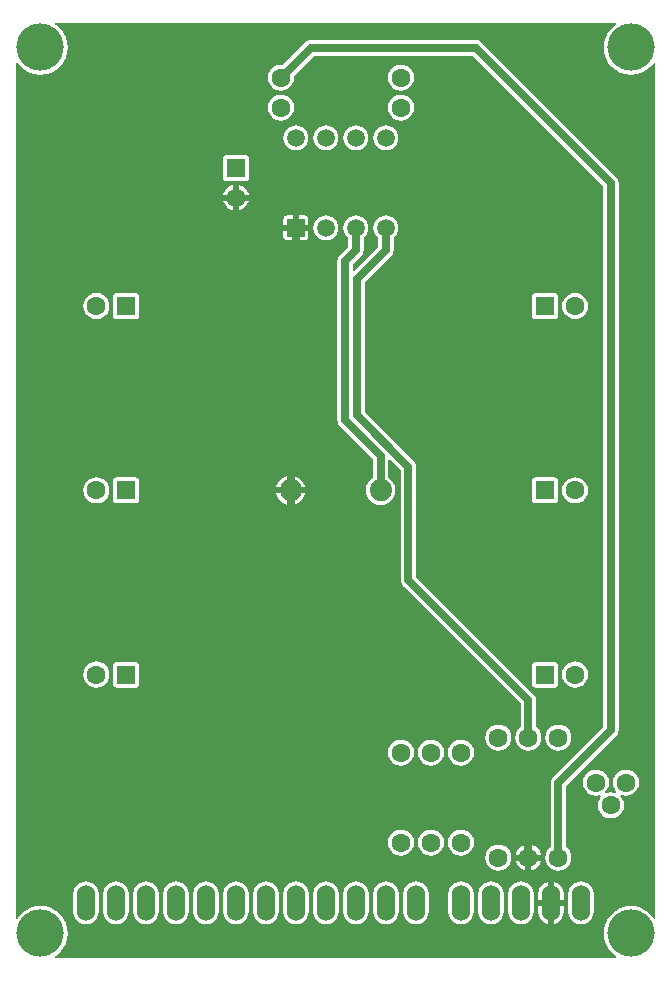
<source format=gtl>
G04 Layer_Physical_Order=1*
G04 Layer_Color=255*
%FSLAX43Y43*%
%MOMM*%
G71*
G01*
G75*
%ADD10C,0.700*%
%ADD11C,4.000*%
%ADD12C,1.600*%
%ADD13O,1.524X3.048*%
%ADD14R,1.500X1.500*%
%ADD15C,1.500*%
%ADD16R,1.600X1.600*%
%ADD17C,1.600*%
%ADD18R,1.600X1.600*%
%ADD19C,1.880*%
G36*
X51253Y79441D02*
X51216Y79422D01*
X50866Y79134D01*
X50578Y78784D01*
X50365Y78384D01*
X50233Y77951D01*
X50189Y77500D01*
X50233Y77049D01*
X50365Y76616D01*
X50578Y76216D01*
X50866Y75866D01*
X51216Y75578D01*
X51616Y75365D01*
X52049Y75233D01*
X52500Y75189D01*
X52951Y75233D01*
X53384Y75365D01*
X53784Y75578D01*
X54134Y75866D01*
X54422Y76216D01*
X54441Y76253D01*
X54565Y76222D01*
Y3778D01*
X54441Y3747D01*
X54422Y3784D01*
X54134Y4134D01*
X53784Y4422D01*
X53384Y4635D01*
X52951Y4767D01*
X52500Y4811D01*
X52049Y4767D01*
X51616Y4635D01*
X51216Y4422D01*
X50866Y4134D01*
X50578Y3784D01*
X50365Y3384D01*
X50233Y2951D01*
X50189Y2500D01*
X50233Y2049D01*
X50365Y1616D01*
X50578Y1216D01*
X50866Y866D01*
X51216Y578D01*
X51253Y559D01*
X51222Y435D01*
X3778D01*
X3747Y559D01*
X3784Y578D01*
X4134Y866D01*
X4422Y1216D01*
X4635Y1616D01*
X4767Y2049D01*
X4811Y2500D01*
X4767Y2951D01*
X4635Y3384D01*
X4422Y3784D01*
X4134Y4134D01*
X3784Y4422D01*
X3384Y4635D01*
X2951Y4767D01*
X2500Y4811D01*
X2049Y4767D01*
X1616Y4635D01*
X1216Y4422D01*
X866Y4134D01*
X578Y3784D01*
X559Y3747D01*
X435Y3778D01*
Y76222D01*
X559Y76253D01*
X578Y76216D01*
X866Y75866D01*
X1216Y75578D01*
X1616Y75365D01*
X2049Y75233D01*
X2500Y75189D01*
X2951Y75233D01*
X3384Y75365D01*
X3784Y75578D01*
X4134Y75866D01*
X4422Y76216D01*
X4635Y76616D01*
X4767Y77049D01*
X4811Y77500D01*
X4767Y77951D01*
X4635Y78384D01*
X4422Y78784D01*
X4134Y79134D01*
X3784Y79422D01*
X3747Y79441D01*
X3778Y79565D01*
X51222D01*
X51253Y79441D01*
D02*
G37*
%LPC*%
G36*
X43565Y8640D02*
X42738D01*
X42743Y8603D01*
X42854Y8335D01*
X43030Y8105D01*
X43260Y7929D01*
X43528Y7818D01*
X43565Y7813D01*
Y8640D01*
D02*
G37*
G36*
X39370Y78126D02*
X25400D01*
X25230Y78103D01*
X25072Y78038D01*
X24936Y77934D01*
X23021Y76018D01*
X22860Y76039D01*
X22573Y76002D01*
X22305Y75891D01*
X22075Y75715D01*
X21899Y75485D01*
X21788Y75217D01*
X21751Y74930D01*
X21788Y74643D01*
X21899Y74375D01*
X22075Y74145D01*
X22305Y73969D01*
X22573Y73858D01*
X22860Y73821D01*
X23147Y73858D01*
X23415Y73969D01*
X23645Y74145D01*
X23821Y74375D01*
X23932Y74643D01*
X23969Y74930D01*
X23948Y75091D01*
X25672Y76814D01*
X39098D01*
X50144Y65768D01*
Y19957D01*
X45891Y15704D01*
X45787Y15568D01*
X45722Y15410D01*
X45699Y15240D01*
Y9773D01*
X45570Y9675D01*
X45394Y9445D01*
X45283Y9177D01*
X45246Y8890D01*
X45283Y8603D01*
X45394Y8335D01*
X45570Y8105D01*
X45800Y7929D01*
X46068Y7818D01*
X46355Y7781D01*
X46642Y7818D01*
X46910Y7929D01*
X47140Y8105D01*
X47316Y8335D01*
X47427Y8603D01*
X47464Y8890D01*
X47427Y9177D01*
X47316Y9445D01*
X47140Y9675D01*
X47011Y9773D01*
Y14968D01*
X51264Y19221D01*
X51368Y19357D01*
X51433Y19515D01*
X51456Y19685D01*
Y66040D01*
X51433Y66210D01*
X51368Y66368D01*
X51264Y66504D01*
X39834Y77934D01*
X39698Y78038D01*
X39540Y78103D01*
X39370Y78126D01*
D02*
G37*
G36*
X33020Y11269D02*
X32733Y11232D01*
X32465Y11121D01*
X32235Y10945D01*
X32059Y10715D01*
X31948Y10447D01*
X31911Y10160D01*
X31948Y9873D01*
X32059Y9605D01*
X32235Y9375D01*
X32465Y9199D01*
X32733Y9088D01*
X33020Y9051D01*
X33307Y9088D01*
X33575Y9199D01*
X33805Y9375D01*
X33981Y9605D01*
X34092Y9873D01*
X34129Y10160D01*
X34092Y10447D01*
X33981Y10715D01*
X33805Y10945D01*
X33575Y11121D01*
X33307Y11232D01*
X33020Y11269D01*
D02*
G37*
G36*
X44892Y8640D02*
X44065D01*
Y7813D01*
X44102Y7818D01*
X44370Y7929D01*
X44600Y8105D01*
X44776Y8335D01*
X44887Y8603D01*
X44892Y8640D01*
D02*
G37*
G36*
X45470Y6880D02*
X45443Y6877D01*
X45184Y6770D01*
X44963Y6599D01*
X44792Y6378D01*
X44685Y6119D01*
X44649Y5842D01*
Y5330D01*
X45470D01*
Y6880D01*
D02*
G37*
G36*
X46791Y4830D02*
X45970D01*
Y3280D01*
X45997Y3283D01*
X46256Y3390D01*
X46477Y3561D01*
X46648Y3782D01*
X46755Y4041D01*
X46791Y4318D01*
Y4830D01*
D02*
G37*
G36*
X41275Y9999D02*
X40988Y9962D01*
X40720Y9851D01*
X40490Y9675D01*
X40314Y9445D01*
X40203Y9177D01*
X40166Y8890D01*
X40203Y8603D01*
X40314Y8335D01*
X40490Y8105D01*
X40720Y7929D01*
X40988Y7818D01*
X41275Y7781D01*
X41562Y7818D01*
X41830Y7929D01*
X42060Y8105D01*
X42236Y8335D01*
X42347Y8603D01*
X42384Y8890D01*
X42347Y9177D01*
X42236Y9445D01*
X42060Y9675D01*
X41830Y9851D01*
X41562Y9962D01*
X41275Y9999D01*
D02*
G37*
G36*
X45970Y6880D02*
Y5330D01*
X46791D01*
Y5842D01*
X46755Y6119D01*
X46648Y6378D01*
X46477Y6599D01*
X46256Y6770D01*
X45997Y6877D01*
X45970Y6880D01*
D02*
G37*
G36*
X35560Y11269D02*
X35273Y11232D01*
X35005Y11121D01*
X34775Y10945D01*
X34599Y10715D01*
X34488Y10447D01*
X34451Y10160D01*
X34488Y9873D01*
X34599Y9605D01*
X34775Y9375D01*
X35005Y9199D01*
X35273Y9088D01*
X35560Y9051D01*
X35847Y9088D01*
X36115Y9199D01*
X36345Y9375D01*
X36521Y9605D01*
X36632Y9873D01*
X36669Y10160D01*
X36632Y10447D01*
X36521Y10715D01*
X36345Y10945D01*
X36115Y11121D01*
X35847Y11232D01*
X35560Y11269D01*
D02*
G37*
G36*
Y18889D02*
X35273Y18852D01*
X35005Y18741D01*
X34775Y18565D01*
X34599Y18335D01*
X34488Y18067D01*
X34451Y17780D01*
X34488Y17493D01*
X34599Y17225D01*
X34775Y16995D01*
X35005Y16819D01*
X35273Y16708D01*
X35560Y16671D01*
X35847Y16708D01*
X36115Y16819D01*
X36345Y16995D01*
X36521Y17225D01*
X36632Y17493D01*
X36669Y17780D01*
X36632Y18067D01*
X36521Y18335D01*
X36345Y18565D01*
X36115Y18741D01*
X35847Y18852D01*
X35560Y18889D01*
D02*
G37*
G36*
X33020D02*
X32733Y18852D01*
X32465Y18741D01*
X32235Y18565D01*
X32059Y18335D01*
X31948Y18067D01*
X31911Y17780D01*
X31948Y17493D01*
X32059Y17225D01*
X32235Y16995D01*
X32465Y16819D01*
X32733Y16708D01*
X33020Y16671D01*
X33307Y16708D01*
X33575Y16819D01*
X33805Y16995D01*
X33981Y17225D01*
X34092Y17493D01*
X34129Y17780D01*
X34092Y18067D01*
X33981Y18335D01*
X33805Y18565D01*
X33575Y18741D01*
X33307Y18852D01*
X33020Y18889D01*
D02*
G37*
G36*
X41275Y20159D02*
X40988Y20122D01*
X40720Y20011D01*
X40490Y19835D01*
X40314Y19605D01*
X40203Y19337D01*
X40166Y19050D01*
X40203Y18763D01*
X40314Y18495D01*
X40490Y18265D01*
X40720Y18089D01*
X40988Y17978D01*
X41275Y17941D01*
X41562Y17978D01*
X41830Y18089D01*
X42060Y18265D01*
X42236Y18495D01*
X42347Y18763D01*
X42384Y19050D01*
X42347Y19337D01*
X42236Y19605D01*
X42060Y19835D01*
X41830Y20011D01*
X41562Y20122D01*
X41275Y20159D01*
D02*
G37*
G36*
X38100Y18889D02*
X37813Y18852D01*
X37545Y18741D01*
X37315Y18565D01*
X37139Y18335D01*
X37028Y18067D01*
X36991Y17780D01*
X37028Y17493D01*
X37139Y17225D01*
X37315Y16995D01*
X37545Y16819D01*
X37813Y16708D01*
X38100Y16671D01*
X38387Y16708D01*
X38655Y16819D01*
X38885Y16995D01*
X39061Y17225D01*
X39172Y17493D01*
X39209Y17780D01*
X39172Y18067D01*
X39061Y18335D01*
X38885Y18565D01*
X38655Y18741D01*
X38387Y18852D01*
X38100Y18889D01*
D02*
G37*
G36*
X43565Y9967D02*
X43528Y9962D01*
X43260Y9851D01*
X43030Y9675D01*
X42854Y9445D01*
X42743Y9177D01*
X42738Y9140D01*
X43565D01*
Y9967D01*
D02*
G37*
G36*
X38100Y11269D02*
X37813Y11232D01*
X37545Y11121D01*
X37315Y10945D01*
X37139Y10715D01*
X37028Y10447D01*
X36991Y10160D01*
X37028Y9873D01*
X37139Y9605D01*
X37315Y9375D01*
X37545Y9199D01*
X37813Y9088D01*
X38100Y9051D01*
X38387Y9088D01*
X38655Y9199D01*
X38885Y9375D01*
X39061Y9605D01*
X39172Y9873D01*
X39209Y10160D01*
X39172Y10447D01*
X39061Y10715D01*
X38885Y10945D01*
X38655Y11121D01*
X38387Y11232D01*
X38100Y11269D01*
D02*
G37*
G36*
X52070Y16349D02*
X51783Y16312D01*
X51515Y16201D01*
X51285Y16025D01*
X51109Y15795D01*
X50998Y15527D01*
X50961Y15240D01*
X50998Y14953D01*
X51109Y14685D01*
X51278Y14465D01*
X51276Y14454D01*
X51170Y14372D01*
X51087Y14407D01*
X50800Y14444D01*
X50513Y14407D01*
X50430Y14372D01*
X50324Y14454D01*
X50322Y14465D01*
X50491Y14685D01*
X50602Y14953D01*
X50639Y15240D01*
X50602Y15527D01*
X50491Y15795D01*
X50315Y16025D01*
X50085Y16201D01*
X49817Y16312D01*
X49530Y16349D01*
X49243Y16312D01*
X48975Y16201D01*
X48745Y16025D01*
X48569Y15795D01*
X48458Y15527D01*
X48421Y15240D01*
X48458Y14953D01*
X48569Y14685D01*
X48745Y14455D01*
X48975Y14279D01*
X49243Y14168D01*
X49530Y14131D01*
X49817Y14168D01*
X49900Y14203D01*
X50006Y14121D01*
X50008Y14110D01*
X49839Y13890D01*
X49728Y13622D01*
X49691Y13335D01*
X49728Y13048D01*
X49839Y12780D01*
X50015Y12550D01*
X50245Y12374D01*
X50513Y12263D01*
X50800Y12226D01*
X51087Y12263D01*
X51355Y12374D01*
X51585Y12550D01*
X51761Y12780D01*
X51872Y13048D01*
X51909Y13335D01*
X51872Y13622D01*
X51761Y13890D01*
X51592Y14110D01*
X51594Y14121D01*
X51700Y14203D01*
X51783Y14168D01*
X52070Y14131D01*
X52357Y14168D01*
X52625Y14279D01*
X52855Y14455D01*
X53031Y14685D01*
X53142Y14953D01*
X53179Y15240D01*
X53142Y15527D01*
X53031Y15795D01*
X52855Y16025D01*
X52625Y16201D01*
X52357Y16312D01*
X52070Y16349D01*
D02*
G37*
G36*
X44065Y9967D02*
Y9140D01*
X44892D01*
X44887Y9177D01*
X44776Y9445D01*
X44600Y9675D01*
X44370Y9851D01*
X44102Y9962D01*
X44065Y9967D01*
D02*
G37*
G36*
X19050Y6913D02*
X18773Y6877D01*
X18514Y6770D01*
X18293Y6599D01*
X18122Y6378D01*
X18015Y6119D01*
X17979Y5842D01*
Y4318D01*
X18015Y4041D01*
X18122Y3782D01*
X18293Y3561D01*
X18514Y3390D01*
X18773Y3283D01*
X19050Y3247D01*
X19327Y3283D01*
X19586Y3390D01*
X19807Y3561D01*
X19978Y3782D01*
X20085Y4041D01*
X20121Y4318D01*
Y5842D01*
X20085Y6119D01*
X19978Y6378D01*
X19807Y6599D01*
X19586Y6770D01*
X19327Y6877D01*
X19050Y6913D01*
D02*
G37*
G36*
X16510D02*
X16233Y6877D01*
X15974Y6770D01*
X15753Y6599D01*
X15582Y6378D01*
X15475Y6119D01*
X15439Y5842D01*
Y4318D01*
X15475Y4041D01*
X15582Y3782D01*
X15753Y3561D01*
X15974Y3390D01*
X16233Y3283D01*
X16510Y3247D01*
X16787Y3283D01*
X17046Y3390D01*
X17267Y3561D01*
X17438Y3782D01*
X17545Y4041D01*
X17581Y4318D01*
Y5842D01*
X17545Y6119D01*
X17438Y6378D01*
X17267Y6599D01*
X17046Y6770D01*
X16787Y6877D01*
X16510Y6913D01*
D02*
G37*
G36*
X24130D02*
X23853Y6877D01*
X23594Y6770D01*
X23373Y6599D01*
X23202Y6378D01*
X23095Y6119D01*
X23059Y5842D01*
Y4318D01*
X23095Y4041D01*
X23202Y3782D01*
X23373Y3561D01*
X23594Y3390D01*
X23853Y3283D01*
X24130Y3247D01*
X24407Y3283D01*
X24666Y3390D01*
X24887Y3561D01*
X25058Y3782D01*
X25165Y4041D01*
X25201Y4318D01*
Y5842D01*
X25165Y6119D01*
X25058Y6378D01*
X24887Y6599D01*
X24666Y6770D01*
X24407Y6877D01*
X24130Y6913D01*
D02*
G37*
G36*
X21590D02*
X21313Y6877D01*
X21054Y6770D01*
X20833Y6599D01*
X20662Y6378D01*
X20555Y6119D01*
X20519Y5842D01*
Y4318D01*
X20555Y4041D01*
X20662Y3782D01*
X20833Y3561D01*
X21054Y3390D01*
X21313Y3283D01*
X21590Y3247D01*
X21867Y3283D01*
X22126Y3390D01*
X22347Y3561D01*
X22518Y3782D01*
X22625Y4041D01*
X22661Y4318D01*
Y5842D01*
X22625Y6119D01*
X22518Y6378D01*
X22347Y6599D01*
X22126Y6770D01*
X21867Y6877D01*
X21590Y6913D01*
D02*
G37*
G36*
X8890D02*
X8613Y6877D01*
X8354Y6770D01*
X8133Y6599D01*
X7962Y6378D01*
X7855Y6119D01*
X7819Y5842D01*
Y4318D01*
X7855Y4041D01*
X7962Y3782D01*
X8133Y3561D01*
X8354Y3390D01*
X8613Y3283D01*
X8890Y3247D01*
X9167Y3283D01*
X9426Y3390D01*
X9647Y3561D01*
X9818Y3782D01*
X9925Y4041D01*
X9961Y4318D01*
Y5842D01*
X9925Y6119D01*
X9818Y6378D01*
X9647Y6599D01*
X9426Y6770D01*
X9167Y6877D01*
X8890Y6913D01*
D02*
G37*
G36*
X6350D02*
X6073Y6877D01*
X5814Y6770D01*
X5593Y6599D01*
X5422Y6378D01*
X5315Y6119D01*
X5279Y5842D01*
Y4318D01*
X5315Y4041D01*
X5422Y3782D01*
X5593Y3561D01*
X5814Y3390D01*
X6073Y3283D01*
X6350Y3247D01*
X6627Y3283D01*
X6886Y3390D01*
X7107Y3561D01*
X7278Y3782D01*
X7385Y4041D01*
X7421Y4318D01*
Y5842D01*
X7385Y6119D01*
X7278Y6378D01*
X7107Y6599D01*
X6886Y6770D01*
X6627Y6877D01*
X6350Y6913D01*
D02*
G37*
G36*
X13970D02*
X13693Y6877D01*
X13434Y6770D01*
X13213Y6599D01*
X13042Y6378D01*
X12935Y6119D01*
X12899Y5842D01*
Y4318D01*
X12935Y4041D01*
X13042Y3782D01*
X13213Y3561D01*
X13434Y3390D01*
X13693Y3283D01*
X13970Y3247D01*
X14247Y3283D01*
X14506Y3390D01*
X14727Y3561D01*
X14898Y3782D01*
X15005Y4041D01*
X15041Y4318D01*
Y5842D01*
X15005Y6119D01*
X14898Y6378D01*
X14727Y6599D01*
X14506Y6770D01*
X14247Y6877D01*
X13970Y6913D01*
D02*
G37*
G36*
X11430D02*
X11153Y6877D01*
X10894Y6770D01*
X10673Y6599D01*
X10502Y6378D01*
X10395Y6119D01*
X10359Y5842D01*
Y4318D01*
X10395Y4041D01*
X10502Y3782D01*
X10673Y3561D01*
X10894Y3390D01*
X11153Y3283D01*
X11430Y3247D01*
X11707Y3283D01*
X11966Y3390D01*
X12187Y3561D01*
X12358Y3782D01*
X12465Y4041D01*
X12501Y4318D01*
Y5842D01*
X12465Y6119D01*
X12358Y6378D01*
X12187Y6599D01*
X11966Y6770D01*
X11707Y6877D01*
X11430Y6913D01*
D02*
G37*
G36*
X26670D02*
X26393Y6877D01*
X26134Y6770D01*
X25913Y6599D01*
X25742Y6378D01*
X25635Y6119D01*
X25599Y5842D01*
Y4318D01*
X25635Y4041D01*
X25742Y3782D01*
X25913Y3561D01*
X26134Y3390D01*
X26393Y3283D01*
X26670Y3247D01*
X26947Y3283D01*
X27206Y3390D01*
X27427Y3561D01*
X27598Y3782D01*
X27705Y4041D01*
X27741Y4318D01*
Y5842D01*
X27705Y6119D01*
X27598Y6378D01*
X27427Y6599D01*
X27206Y6770D01*
X26947Y6877D01*
X26670Y6913D01*
D02*
G37*
G36*
X43180D02*
X42903Y6877D01*
X42644Y6770D01*
X42423Y6599D01*
X42252Y6378D01*
X42145Y6119D01*
X42109Y5842D01*
Y4318D01*
X42145Y4041D01*
X42252Y3782D01*
X42423Y3561D01*
X42644Y3390D01*
X42903Y3283D01*
X43180Y3247D01*
X43457Y3283D01*
X43716Y3390D01*
X43937Y3561D01*
X44108Y3782D01*
X44215Y4041D01*
X44251Y4318D01*
Y5842D01*
X44215Y6119D01*
X44108Y6378D01*
X43937Y6599D01*
X43716Y6770D01*
X43457Y6877D01*
X43180Y6913D01*
D02*
G37*
G36*
X40640D02*
X40363Y6877D01*
X40104Y6770D01*
X39883Y6599D01*
X39712Y6378D01*
X39605Y6119D01*
X39569Y5842D01*
Y4318D01*
X39605Y4041D01*
X39712Y3782D01*
X39883Y3561D01*
X40104Y3390D01*
X40363Y3283D01*
X40640Y3247D01*
X40917Y3283D01*
X41176Y3390D01*
X41397Y3561D01*
X41568Y3782D01*
X41675Y4041D01*
X41711Y4318D01*
Y5842D01*
X41675Y6119D01*
X41568Y6378D01*
X41397Y6599D01*
X41176Y6770D01*
X40917Y6877D01*
X40640Y6913D01*
D02*
G37*
G36*
X45470Y4830D02*
X44649D01*
Y4318D01*
X44685Y4041D01*
X44792Y3782D01*
X44963Y3561D01*
X45184Y3390D01*
X45443Y3283D01*
X45470Y3280D01*
Y4830D01*
D02*
G37*
G36*
X48260Y6913D02*
X47983Y6877D01*
X47724Y6770D01*
X47503Y6599D01*
X47332Y6378D01*
X47225Y6119D01*
X47189Y5842D01*
Y4318D01*
X47225Y4041D01*
X47332Y3782D01*
X47503Y3561D01*
X47724Y3390D01*
X47983Y3283D01*
X48260Y3247D01*
X48537Y3283D01*
X48796Y3390D01*
X49017Y3561D01*
X49188Y3782D01*
X49295Y4041D01*
X49331Y4318D01*
Y5842D01*
X49295Y6119D01*
X49188Y6378D01*
X49017Y6599D01*
X48796Y6770D01*
X48537Y6877D01*
X48260Y6913D01*
D02*
G37*
G36*
X31750D02*
X31473Y6877D01*
X31214Y6770D01*
X30993Y6599D01*
X30822Y6378D01*
X30715Y6119D01*
X30679Y5842D01*
Y4318D01*
X30715Y4041D01*
X30822Y3782D01*
X30993Y3561D01*
X31214Y3390D01*
X31473Y3283D01*
X31750Y3247D01*
X32027Y3283D01*
X32286Y3390D01*
X32507Y3561D01*
X32678Y3782D01*
X32785Y4041D01*
X32821Y4318D01*
Y5842D01*
X32785Y6119D01*
X32678Y6378D01*
X32507Y6599D01*
X32286Y6770D01*
X32027Y6877D01*
X31750Y6913D01*
D02*
G37*
G36*
X29210D02*
X28933Y6877D01*
X28674Y6770D01*
X28453Y6599D01*
X28282Y6378D01*
X28175Y6119D01*
X28139Y5842D01*
Y4318D01*
X28175Y4041D01*
X28282Y3782D01*
X28453Y3561D01*
X28674Y3390D01*
X28933Y3283D01*
X29210Y3247D01*
X29487Y3283D01*
X29746Y3390D01*
X29967Y3561D01*
X30138Y3782D01*
X30245Y4041D01*
X30281Y4318D01*
Y5842D01*
X30245Y6119D01*
X30138Y6378D01*
X29967Y6599D01*
X29746Y6770D01*
X29487Y6877D01*
X29210Y6913D01*
D02*
G37*
G36*
X38100D02*
X37823Y6877D01*
X37564Y6770D01*
X37343Y6599D01*
X37172Y6378D01*
X37065Y6119D01*
X37029Y5842D01*
Y4318D01*
X37065Y4041D01*
X37172Y3782D01*
X37343Y3561D01*
X37564Y3390D01*
X37823Y3283D01*
X38100Y3247D01*
X38377Y3283D01*
X38636Y3390D01*
X38857Y3561D01*
X39028Y3782D01*
X39135Y4041D01*
X39171Y4318D01*
Y5842D01*
X39135Y6119D01*
X39028Y6378D01*
X38857Y6599D01*
X38636Y6770D01*
X38377Y6877D01*
X38100Y6913D01*
D02*
G37*
G36*
X34290D02*
X34013Y6877D01*
X33754Y6770D01*
X33533Y6599D01*
X33362Y6378D01*
X33255Y6119D01*
X33219Y5842D01*
Y4318D01*
X33255Y4041D01*
X33362Y3782D01*
X33533Y3561D01*
X33754Y3390D01*
X34013Y3283D01*
X34290Y3247D01*
X34567Y3283D01*
X34826Y3390D01*
X35047Y3561D01*
X35218Y3782D01*
X35325Y4041D01*
X35361Y4318D01*
Y5842D01*
X35325Y6119D01*
X35218Y6378D01*
X35047Y6599D01*
X34826Y6770D01*
X34567Y6877D01*
X34290Y6913D01*
D02*
G37*
G36*
X46355Y20159D02*
X46068Y20122D01*
X45800Y20011D01*
X45570Y19835D01*
X45394Y19605D01*
X45283Y19337D01*
X45246Y19050D01*
X45283Y18763D01*
X45394Y18495D01*
X45570Y18265D01*
X45800Y18089D01*
X46068Y17978D01*
X46355Y17941D01*
X46642Y17978D01*
X46910Y18089D01*
X47140Y18265D01*
X47316Y18495D01*
X47427Y18763D01*
X47464Y19050D01*
X47427Y19337D01*
X47316Y19605D01*
X47140Y19835D01*
X46910Y20011D01*
X46642Y20122D01*
X46355Y20159D01*
D02*
G37*
G36*
X18800Y64520D02*
X17973D01*
X17978Y64483D01*
X18089Y64215D01*
X18265Y63985D01*
X18495Y63809D01*
X18763Y63698D01*
X18800Y63693D01*
Y64520D01*
D02*
G37*
G36*
X24880Y63286D02*
X24380D01*
Y62480D01*
X25186D01*
Y62980D01*
X25163Y63097D01*
X25096Y63196D01*
X24997Y63263D01*
X24880Y63286D01*
D02*
G37*
G36*
X18800Y65847D02*
X18763Y65842D01*
X18495Y65731D01*
X18265Y65555D01*
X18089Y65325D01*
X17978Y65057D01*
X17973Y65020D01*
X18800D01*
Y65847D01*
D02*
G37*
G36*
X20127Y64520D02*
X19300D01*
Y63693D01*
X19337Y63698D01*
X19605Y63809D01*
X19835Y63985D01*
X20011Y64215D01*
X20122Y64483D01*
X20127Y64520D01*
D02*
G37*
G36*
X23880Y61980D02*
X23074D01*
Y61480D01*
X23097Y61363D01*
X23164Y61264D01*
X23263Y61197D01*
X23380Y61174D01*
X23880D01*
Y61980D01*
D02*
G37*
G36*
X26670Y63289D02*
X26396Y63253D01*
X26140Y63147D01*
X25921Y62979D01*
X25753Y62760D01*
X25647Y62504D01*
X25611Y62230D01*
X25647Y61956D01*
X25753Y61700D01*
X25921Y61481D01*
X26140Y61313D01*
X26396Y61207D01*
X26670Y61171D01*
X26944Y61207D01*
X27200Y61313D01*
X27419Y61481D01*
X27587Y61700D01*
X27693Y61956D01*
X27729Y62230D01*
X27693Y62504D01*
X27587Y62760D01*
X27419Y62979D01*
X27200Y63147D01*
X26944Y63253D01*
X26670Y63289D01*
D02*
G37*
G36*
X23880Y63286D02*
X23380D01*
X23263Y63263D01*
X23164Y63196D01*
X23097Y63097D01*
X23074Y62980D01*
Y62480D01*
X23880D01*
Y63286D01*
D02*
G37*
G36*
X25186Y61980D02*
X24380D01*
Y61174D01*
X24880D01*
X24997Y61197D01*
X25096Y61264D01*
X25163Y61363D01*
X25186Y61480D01*
Y61980D01*
D02*
G37*
G36*
X19300Y65847D02*
Y65020D01*
X20127D01*
X20122Y65057D01*
X20011Y65325D01*
X19835Y65555D01*
X19605Y65731D01*
X19337Y65842D01*
X19300Y65847D01*
D02*
G37*
G36*
X22860Y73499D02*
X22573Y73462D01*
X22305Y73351D01*
X22075Y73175D01*
X21899Y72945D01*
X21788Y72677D01*
X21751Y72390D01*
X21788Y72103D01*
X21899Y71835D01*
X22075Y71605D01*
X22305Y71429D01*
X22573Y71318D01*
X22860Y71281D01*
X23147Y71318D01*
X23415Y71429D01*
X23645Y71605D01*
X23821Y71835D01*
X23932Y72103D01*
X23969Y72390D01*
X23932Y72677D01*
X23821Y72945D01*
X23645Y73175D01*
X23415Y73351D01*
X23147Y73462D01*
X22860Y73499D01*
D02*
G37*
G36*
X31750Y70909D02*
X31476Y70873D01*
X31220Y70767D01*
X31001Y70599D01*
X30833Y70380D01*
X30727Y70124D01*
X30691Y69850D01*
X30727Y69576D01*
X30833Y69320D01*
X31001Y69101D01*
X31220Y68933D01*
X31476Y68827D01*
X31750Y68791D01*
X32024Y68827D01*
X32280Y68933D01*
X32499Y69101D01*
X32667Y69320D01*
X32773Y69576D01*
X32809Y69850D01*
X32773Y70124D01*
X32667Y70380D01*
X32499Y70599D01*
X32280Y70767D01*
X32024Y70873D01*
X31750Y70909D01*
D02*
G37*
G36*
X33020Y76039D02*
X32733Y76002D01*
X32465Y75891D01*
X32235Y75715D01*
X32059Y75485D01*
X31948Y75217D01*
X31911Y74930D01*
X31948Y74643D01*
X32059Y74375D01*
X32235Y74145D01*
X32465Y73969D01*
X32733Y73858D01*
X33020Y73821D01*
X33307Y73858D01*
X33575Y73969D01*
X33805Y74145D01*
X33981Y74375D01*
X34092Y74643D01*
X34129Y74930D01*
X34092Y75217D01*
X33981Y75485D01*
X33805Y75715D01*
X33575Y75891D01*
X33307Y76002D01*
X33020Y76039D01*
D02*
G37*
G36*
Y73499D02*
X32733Y73462D01*
X32465Y73351D01*
X32235Y73175D01*
X32059Y72945D01*
X31948Y72677D01*
X31911Y72390D01*
X31948Y72103D01*
X32059Y71835D01*
X32235Y71605D01*
X32465Y71429D01*
X32733Y71318D01*
X33020Y71281D01*
X33307Y71318D01*
X33575Y71429D01*
X33805Y71605D01*
X33981Y71835D01*
X34092Y72103D01*
X34129Y72390D01*
X34092Y72677D01*
X33981Y72945D01*
X33805Y73175D01*
X33575Y73351D01*
X33307Y73462D01*
X33020Y73499D01*
D02*
G37*
G36*
X24130Y70909D02*
X23856Y70873D01*
X23600Y70767D01*
X23381Y70599D01*
X23213Y70380D01*
X23107Y70124D01*
X23071Y69850D01*
X23107Y69576D01*
X23213Y69320D01*
X23381Y69101D01*
X23600Y68933D01*
X23856Y68827D01*
X24130Y68791D01*
X24404Y68827D01*
X24660Y68933D01*
X24879Y69101D01*
X25047Y69320D01*
X25153Y69576D01*
X25189Y69850D01*
X25153Y70124D01*
X25047Y70380D01*
X24879Y70599D01*
X24660Y70767D01*
X24404Y70873D01*
X24130Y70909D01*
D02*
G37*
G36*
X19850Y68416D02*
X18250D01*
X18133Y68393D01*
X18034Y68326D01*
X17967Y68227D01*
X17944Y68110D01*
Y66510D01*
X17967Y66393D01*
X18034Y66294D01*
X18133Y66227D01*
X18250Y66204D01*
X19850D01*
X19967Y66227D01*
X20066Y66294D01*
X20133Y66393D01*
X20156Y66510D01*
Y68110D01*
X20133Y68227D01*
X20066Y68326D01*
X19967Y68393D01*
X19850Y68416D01*
D02*
G37*
G36*
X29210Y70909D02*
X28936Y70873D01*
X28680Y70767D01*
X28461Y70599D01*
X28293Y70380D01*
X28187Y70124D01*
X28151Y69850D01*
X28187Y69576D01*
X28293Y69320D01*
X28461Y69101D01*
X28680Y68933D01*
X28936Y68827D01*
X29210Y68791D01*
X29484Y68827D01*
X29740Y68933D01*
X29959Y69101D01*
X30127Y69320D01*
X30233Y69576D01*
X30269Y69850D01*
X30233Y70124D01*
X30127Y70380D01*
X29959Y70599D01*
X29740Y70767D01*
X29484Y70873D01*
X29210Y70909D01*
D02*
G37*
G36*
X26670D02*
X26396Y70873D01*
X26140Y70767D01*
X25921Y70599D01*
X25753Y70380D01*
X25647Y70124D01*
X25611Y69850D01*
X25647Y69576D01*
X25753Y69320D01*
X25921Y69101D01*
X26140Y68933D01*
X26396Y68827D01*
X26670Y68791D01*
X26944Y68827D01*
X27200Y68933D01*
X27419Y69101D01*
X27587Y69320D01*
X27693Y69576D01*
X27729Y69850D01*
X27693Y70124D01*
X27587Y70380D01*
X27419Y70599D01*
X27200Y70767D01*
X26944Y70873D01*
X26670Y70909D01*
D02*
G37*
G36*
X24908Y39750D02*
X23940D01*
Y38782D01*
X24014Y38792D01*
X24315Y38917D01*
X24574Y39116D01*
X24773Y39375D01*
X24898Y39676D01*
X24908Y39750D01*
D02*
G37*
G36*
X23440D02*
X22472D01*
X22482Y39676D01*
X22607Y39375D01*
X22806Y39116D01*
X23065Y38917D01*
X23366Y38792D01*
X23440Y38782D01*
Y39750D01*
D02*
G37*
G36*
X47770Y41109D02*
X47483Y41072D01*
X47215Y40961D01*
X46985Y40785D01*
X46809Y40555D01*
X46698Y40287D01*
X46661Y40000D01*
X46698Y39713D01*
X46809Y39445D01*
X46985Y39215D01*
X47215Y39039D01*
X47483Y38928D01*
X47770Y38891D01*
X48057Y38928D01*
X48325Y39039D01*
X48555Y39215D01*
X48731Y39445D01*
X48842Y39713D01*
X48879Y40000D01*
X48842Y40287D01*
X48731Y40555D01*
X48555Y40785D01*
X48325Y40961D01*
X48057Y41072D01*
X47770Y41109D01*
D02*
G37*
G36*
X7230D02*
X6943Y41072D01*
X6675Y40961D01*
X6445Y40785D01*
X6269Y40555D01*
X6158Y40287D01*
X6121Y40000D01*
X6158Y39713D01*
X6269Y39445D01*
X6445Y39215D01*
X6675Y39039D01*
X6943Y38928D01*
X7230Y38891D01*
X7517Y38928D01*
X7785Y39039D01*
X8015Y39215D01*
X8191Y39445D01*
X8302Y39713D01*
X8339Y40000D01*
X8302Y40287D01*
X8191Y40555D01*
X8015Y40785D01*
X7785Y40961D01*
X7517Y41072D01*
X7230Y41109D01*
D02*
G37*
G36*
X47770Y25509D02*
X47483Y25472D01*
X47215Y25361D01*
X46985Y25185D01*
X46809Y24955D01*
X46698Y24687D01*
X46661Y24400D01*
X46698Y24113D01*
X46809Y23845D01*
X46985Y23615D01*
X47215Y23439D01*
X47483Y23328D01*
X47770Y23291D01*
X48057Y23328D01*
X48325Y23439D01*
X48555Y23615D01*
X48731Y23845D01*
X48842Y24113D01*
X48879Y24400D01*
X48842Y24687D01*
X48731Y24955D01*
X48555Y25185D01*
X48325Y25361D01*
X48057Y25472D01*
X47770Y25509D01*
D02*
G37*
G36*
X7230D02*
X6943Y25472D01*
X6675Y25361D01*
X6445Y25185D01*
X6269Y24955D01*
X6158Y24687D01*
X6121Y24400D01*
X6158Y24113D01*
X6269Y23845D01*
X6445Y23615D01*
X6675Y23439D01*
X6943Y23328D01*
X7230Y23291D01*
X7517Y23328D01*
X7785Y23439D01*
X8015Y23615D01*
X8191Y23845D01*
X8302Y24113D01*
X8339Y24400D01*
X8302Y24687D01*
X8191Y24955D01*
X8015Y25185D01*
X7785Y25361D01*
X7517Y25472D01*
X7230Y25509D01*
D02*
G37*
G36*
X46030Y25506D02*
X44430D01*
X44313Y25483D01*
X44214Y25416D01*
X44147Y25317D01*
X44124Y25200D01*
Y23600D01*
X44147Y23483D01*
X44214Y23384D01*
X44313Y23317D01*
X44430Y23294D01*
X46030D01*
X46147Y23317D01*
X46246Y23384D01*
X46313Y23483D01*
X46336Y23600D01*
Y25200D01*
X46313Y25317D01*
X46246Y25416D01*
X46147Y25483D01*
X46030Y25506D01*
D02*
G37*
G36*
X10570D02*
X8970D01*
X8853Y25483D01*
X8754Y25416D01*
X8687Y25317D01*
X8664Y25200D01*
Y23600D01*
X8687Y23483D01*
X8754Y23384D01*
X8853Y23317D01*
X8970Y23294D01*
X10570D01*
X10687Y23317D01*
X10786Y23384D01*
X10853Y23483D01*
X10876Y23600D01*
Y25200D01*
X10853Y25317D01*
X10786Y25416D01*
X10687Y25483D01*
X10570Y25506D01*
D02*
G37*
G36*
Y41106D02*
X8970D01*
X8853Y41083D01*
X8754Y41016D01*
X8687Y40917D01*
X8664Y40800D01*
Y39200D01*
X8687Y39083D01*
X8754Y38984D01*
X8853Y38917D01*
X8970Y38894D01*
X10570D01*
X10687Y38917D01*
X10786Y38984D01*
X10853Y39083D01*
X10876Y39200D01*
Y40800D01*
X10853Y40917D01*
X10786Y41016D01*
X10687Y41083D01*
X10570Y41106D01*
D02*
G37*
G36*
Y56706D02*
X8970D01*
X8853Y56683D01*
X8754Y56616D01*
X8687Y56517D01*
X8664Y56400D01*
Y54800D01*
X8687Y54683D01*
X8754Y54584D01*
X8853Y54517D01*
X8970Y54494D01*
X10570D01*
X10687Y54517D01*
X10786Y54584D01*
X10853Y54683D01*
X10876Y54800D01*
Y56400D01*
X10853Y56517D01*
X10786Y56616D01*
X10687Y56683D01*
X10570Y56706D01*
D02*
G37*
G36*
X47770Y56709D02*
X47483Y56672D01*
X47215Y56561D01*
X46985Y56385D01*
X46809Y56155D01*
X46698Y55887D01*
X46661Y55600D01*
X46698Y55313D01*
X46809Y55045D01*
X46985Y54815D01*
X47215Y54639D01*
X47483Y54528D01*
X47770Y54491D01*
X48057Y54528D01*
X48325Y54639D01*
X48555Y54815D01*
X48731Y55045D01*
X48842Y55313D01*
X48879Y55600D01*
X48842Y55887D01*
X48731Y56155D01*
X48555Y56385D01*
X48325Y56561D01*
X48057Y56672D01*
X47770Y56709D01*
D02*
G37*
G36*
X31750Y63289D02*
X31476Y63253D01*
X31220Y63147D01*
X31001Y62979D01*
X30833Y62760D01*
X30727Y62504D01*
X30691Y62230D01*
X30727Y61956D01*
X30833Y61700D01*
X31001Y61481D01*
X31094Y61410D01*
Y60597D01*
X29078Y58580D01*
X28961Y58629D01*
Y59148D01*
X29674Y59861D01*
X29778Y59997D01*
X29843Y60155D01*
X29866Y60325D01*
Y61410D01*
X29959Y61481D01*
X30127Y61700D01*
X30233Y61956D01*
X30269Y62230D01*
X30233Y62504D01*
X30127Y62760D01*
X29959Y62979D01*
X29740Y63147D01*
X29484Y63253D01*
X29210Y63289D01*
X28936Y63253D01*
X28680Y63147D01*
X28461Y62979D01*
X28293Y62760D01*
X28187Y62504D01*
X28151Y62230D01*
X28187Y61956D01*
X28293Y61700D01*
X28461Y61481D01*
X28554Y61410D01*
Y60597D01*
X27841Y59884D01*
X27737Y59748D01*
X27672Y59590D01*
X27649Y59420D01*
Y45941D01*
X27672Y45771D01*
X27737Y45613D01*
X27841Y45477D01*
X30654Y42664D01*
Y41060D01*
X30426Y40884D01*
X30227Y40625D01*
X30102Y40324D01*
X30059Y40000D01*
X30102Y39676D01*
X30227Y39375D01*
X30426Y39116D01*
X30685Y38917D01*
X30986Y38792D01*
X31310Y38750D01*
X31634Y38792D01*
X31935Y38917D01*
X32194Y39116D01*
X32393Y39375D01*
X32518Y39676D01*
X32561Y40000D01*
X32518Y40324D01*
X32393Y40625D01*
X32194Y40884D01*
X31966Y41060D01*
Y42601D01*
X32083Y42650D01*
X32999Y41733D01*
Y32385D01*
X33022Y32215D01*
X33087Y32057D01*
X33191Y31921D01*
X43159Y21953D01*
Y19933D01*
X43030Y19835D01*
X42854Y19605D01*
X42743Y19337D01*
X42706Y19050D01*
X42743Y18763D01*
X42854Y18495D01*
X43030Y18265D01*
X43260Y18089D01*
X43528Y17978D01*
X43815Y17941D01*
X44102Y17978D01*
X44370Y18089D01*
X44600Y18265D01*
X44776Y18495D01*
X44887Y18763D01*
X44924Y19050D01*
X44887Y19337D01*
X44776Y19605D01*
X44600Y19835D01*
X44471Y19933D01*
Y22225D01*
X44448Y22395D01*
X44383Y22553D01*
X44279Y22689D01*
X34311Y32657D01*
Y42005D01*
X34288Y42175D01*
X34223Y42333D01*
X34119Y42469D01*
X29961Y46627D01*
Y57608D01*
X32214Y59861D01*
X32318Y59997D01*
X32383Y60155D01*
X32406Y60325D01*
Y61410D01*
X32499Y61481D01*
X32667Y61700D01*
X32773Y61956D01*
X32809Y62230D01*
X32773Y62504D01*
X32667Y62760D01*
X32499Y62979D01*
X32280Y63147D01*
X32024Y63253D01*
X31750Y63289D01*
D02*
G37*
G36*
X46030Y56706D02*
X44430D01*
X44313Y56683D01*
X44214Y56616D01*
X44147Y56517D01*
X44124Y56400D01*
Y54800D01*
X44147Y54683D01*
X44214Y54584D01*
X44313Y54517D01*
X44430Y54494D01*
X46030D01*
X46147Y54517D01*
X46246Y54584D01*
X46313Y54683D01*
X46336Y54800D01*
Y56400D01*
X46313Y56517D01*
X46246Y56616D01*
X46147Y56683D01*
X46030Y56706D01*
D02*
G37*
G36*
X23440Y41218D02*
X23366Y41208D01*
X23065Y41083D01*
X22806Y40884D01*
X22607Y40625D01*
X22482Y40324D01*
X22472Y40250D01*
X23440D01*
Y41218D01*
D02*
G37*
G36*
X46030Y41106D02*
X44430D01*
X44313Y41083D01*
X44214Y41016D01*
X44147Y40917D01*
X44124Y40800D01*
Y39200D01*
X44147Y39083D01*
X44214Y38984D01*
X44313Y38917D01*
X44430Y38894D01*
X46030D01*
X46147Y38917D01*
X46246Y38984D01*
X46313Y39083D01*
X46336Y39200D01*
Y40800D01*
X46313Y40917D01*
X46246Y41016D01*
X46147Y41083D01*
X46030Y41106D01*
D02*
G37*
G36*
X7230Y56709D02*
X6943Y56672D01*
X6675Y56561D01*
X6445Y56385D01*
X6269Y56155D01*
X6158Y55887D01*
X6121Y55600D01*
X6158Y55313D01*
X6269Y55045D01*
X6445Y54815D01*
X6675Y54639D01*
X6943Y54528D01*
X7230Y54491D01*
X7517Y54528D01*
X7785Y54639D01*
X8015Y54815D01*
X8191Y55045D01*
X8302Y55313D01*
X8339Y55600D01*
X8302Y55887D01*
X8191Y56155D01*
X8015Y56385D01*
X7785Y56561D01*
X7517Y56672D01*
X7230Y56709D01*
D02*
G37*
G36*
X23940Y41218D02*
Y40250D01*
X24908D01*
X24898Y40324D01*
X24773Y40625D01*
X24574Y40884D01*
X24315Y41083D01*
X24014Y41208D01*
X23940Y41218D01*
D02*
G37*
%LPD*%
D10*
X43815Y19050D02*
Y22225D01*
X33655Y32385D02*
X43815Y22225D01*
X46355Y8890D02*
Y15240D01*
X50800Y19685D01*
Y66040D01*
X39370Y77470D02*
X50800Y66040D01*
X25400Y77470D02*
X39370D01*
X22860Y74930D02*
X25400Y77470D01*
X23690Y20125D02*
Y40000D01*
X24130Y60325D02*
X27305Y57150D01*
X24130Y60325D02*
Y62230D01*
X28305Y59420D02*
X29210Y60325D01*
Y62230D01*
X29305Y57880D02*
X31750Y60325D01*
Y62230D01*
X29305Y46355D02*
X33655Y42005D01*
Y32385D02*
Y42005D01*
X29305Y46355D02*
Y57880D01*
X28305Y45941D02*
X31310Y42936D01*
Y40000D02*
Y42936D01*
X28305Y45941D02*
Y59420D01*
X23690Y20125D02*
X29845Y13970D01*
X41275D02*
X43815Y11430D01*
Y8890D02*
Y11430D01*
X29845Y13970D02*
X41275D01*
X23690Y40000D02*
Y42105D01*
X27305Y45720D01*
Y57150D01*
D11*
X52500Y2500D02*
D03*
X2500D02*
D03*
Y77500D02*
D03*
X52500D02*
D03*
D12*
X38100Y10160D02*
D03*
Y17780D02*
D03*
X35560Y10160D02*
D03*
Y17780D02*
D03*
X33020Y10160D02*
D03*
Y17780D02*
D03*
X52070Y15240D02*
D03*
X50800Y13335D02*
D03*
X49530Y15240D02*
D03*
X33020Y74930D02*
D03*
X22860D02*
D03*
X33020Y72390D02*
D03*
X22860D02*
D03*
X7230Y55600D02*
D03*
Y40000D02*
D03*
Y24400D02*
D03*
X47770Y55600D02*
D03*
Y40000D02*
D03*
Y24400D02*
D03*
X41275Y19050D02*
D03*
Y8890D02*
D03*
X43815D02*
D03*
Y19050D02*
D03*
X46355D02*
D03*
Y8890D02*
D03*
D13*
X38100Y5080D02*
D03*
X40640D02*
D03*
X43180D02*
D03*
X45720D02*
D03*
X48260D02*
D03*
X16510D02*
D03*
X19050D02*
D03*
X21590D02*
D03*
X13970D02*
D03*
X24130D02*
D03*
X26670D02*
D03*
X6350D02*
D03*
X8890D02*
D03*
X11430D02*
D03*
X29210D02*
D03*
X31750D02*
D03*
X34290D02*
D03*
D14*
X24130Y62230D02*
D03*
D15*
X26670D02*
D03*
X29210D02*
D03*
X31750D02*
D03*
X24130Y69850D02*
D03*
X26670D02*
D03*
X29210D02*
D03*
X31750D02*
D03*
D16*
X19050Y67310D02*
D03*
D17*
Y64770D02*
D03*
D18*
X9770Y55600D02*
D03*
Y40000D02*
D03*
Y24400D02*
D03*
X45230Y55600D02*
D03*
Y40000D02*
D03*
Y24400D02*
D03*
D19*
X31310Y40000D02*
D03*
X23690D02*
D03*
M02*

</source>
